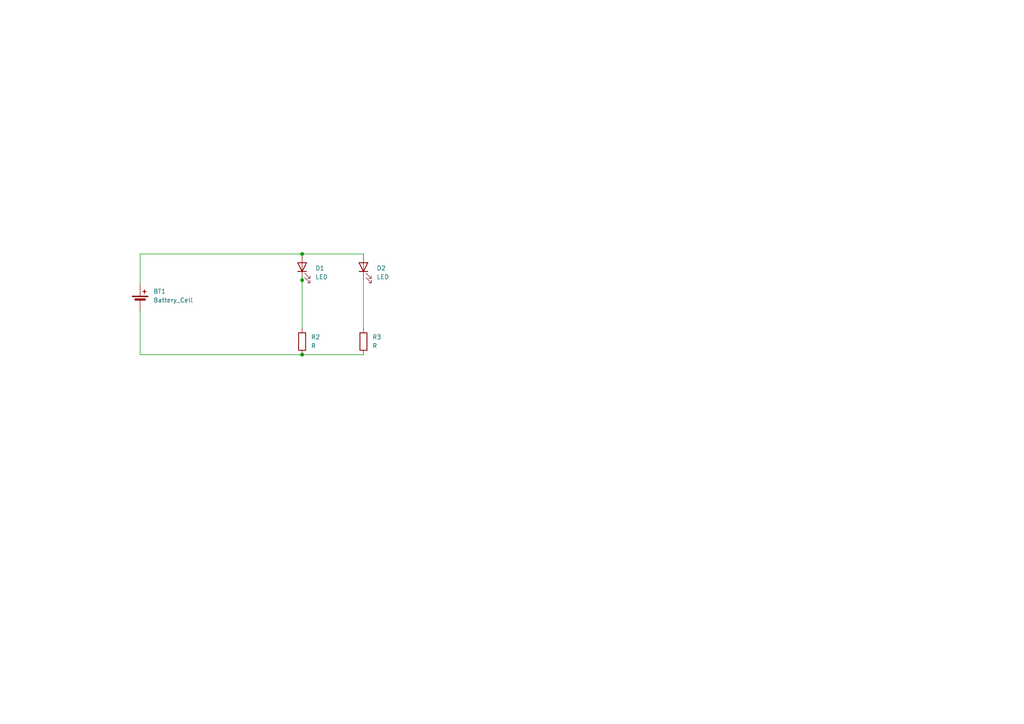
<source format=kicad_sch>
(kicad_sch (version 20250114) (generator "eeschema") (generator_version "9.0")
  (paper "A4")
  (lib_symbols
    (symbol "Device:Battery_Cell" (pin_numbers (hide yes)) (pin_names (offset 0) (hide yes))
      (property "Reference" "BT" (at 2.54 2.54 0))
      (property "Value" "Battery_Cell" (at 2.54 0 0))
      (symbol "Battery_Cell_0_1"
        (rectangle (start -2.286 1.778) (end 2.286 1.524) (fill (type outline)))
        (rectangle (start -1.524 1.016) (end 1.524 0.508) (fill (type outline)))
        (polyline (pts (xy 0 1.778) (xy 0 2.54)))
        (polyline (pts (xy 0 0.762) (xy 0 0)))
        (polyline (pts (xy 0.762 3.048) (xy 1.778 3.048)) (stroke (width 0.254)))
        (polyline (pts (xy 1.27 3.556) (xy 1.27 2.54)) (stroke (width 0.254)))
      )
      (symbol "Battery_Cell_1_1"
        (pin passive line (at 0 5.08 270) (length 2.54) (name "+") (number "1"))
        (pin passive line (at 0 -2.54 90) (length 2.54) (name "-") (number "2"))
      )
    )
    (symbol "Device:LED" (pin_numbers (hide yes)) (pin_names (offset 1.016) (hide yes))
      (property "Reference" "D" (at 0 2.54 0))
      (property "Value" "LED" (at 0 -2.54 0))
      (symbol "LED_0_1"
        (polyline (pts (xy -3.048 -0.762) (xy -4.572 -2.286) (xy -3.81 -2.286) (xy -4.572 -2.286) (xy -4.572 -1.524)))
        (polyline (pts (xy -1.778 -0.762) (xy -3.302 -2.286) (xy -2.54 -2.286) (xy -3.302 -2.286) (xy -3.302 -1.524)))
        (polyline (pts (xy -1.27 0) (xy 1.27 0)))
        (polyline (pts (xy -1.27 -1.27) (xy -1.27 1.27)) (stroke (width 0.254)))
        (polyline (pts (xy 1.27 -1.27) (xy 1.27 1.27) (xy -1.27 0) (xy 1.27 -1.27)) (stroke (width 0.254)))
      )
      (symbol "LED_1_1"
        (pin passive line (at -3.81 0 0) (length 2.54) (name "K") (number "1"))
        (pin passive line (at 3.81 0 180) (length 2.54) (name "A") (number "2"))
      )
    )
    (symbol "Device:R" (pin_numbers (hide yes)) (pin_names (offset 0))
      (property "Reference" "R" (at 2.032 0 90))
      (property "Value" "R" (at 0 0 90))
      (symbol "R_0_1"
        (rectangle (start -1.016 -2.54) (end 1.016 2.54) (stroke (width 0.254)))
      )
      (symbol "R_1_1"
        (pin passive line (at 0 3.81 270) (length 1.27) (name "~") (number "1"))
        (pin passive line (at 0 -3.81 90) (length 1.27) (name "~") (number "2"))
      )
    )
  )
  (junction (at 87.63 81.28))
  (junction (at 87.63 102.87))
  (junction (at 87.63 73.66))
  (wire (pts (xy 40.64 73.66) (xy 87.63 73.66)))
  (wire (pts (xy 40.64 102.87) (xy 87.63 102.87)))
  (wire (pts (xy 87.63 73.66) (xy 105.41 73.66)))
  (wire (pts (xy 40.64 73.66) (xy 40.64 82.55)))
  (wire (pts (xy 87.63 102.87) (xy 105.41 102.87)))
  (wire (pts (xy 105.41 81.28) (xy 105.41 95.25)))
  (wire (pts (xy 40.64 90.17) (xy 40.64 102.87)))
  (wire (pts (xy 87.63 81.28) (xy 87.63 95.25)))
  (wire (pts (xy 87.63 80.01) (xy 87.63 81.28)))
  (symbol (lib_id "Device:Battery_Cell") (at 40.64 87.63 0) (unit 1)
    (property "Reference" "BT1" (at 44.45 84.5184 0) (effects (justify left)))
    (property "Value" "Battery_Cell" (at 44.45 87.0584 0) (effects (justify left)))
    (property "Footprint" "Battery:BatteryHolder_Keystone_3034_1x20mm" (effects (hide yes)))
    (property "Description" "Single-cell battery" (effects (hide yes)))
  )
  (symbol (lib_id "Device:R") (at 105.41 99.06 0) (unit 1)
    (property "Reference" "R3" (at 107.95 97.7899 0) (effects (justify left)))
    (property "Value" "R" (at 107.95 100.3299 0) (effects (justify left)))
    (property "Footprint" "Resistor_THT:R_Axial_DIN0207_L6.3mm_D2.5mm_P7.62mm_Horizontal" (effects (hide yes)))
    (property "Description" "Resistor" (effects (hide yes)))
  )
  (symbol (lib_id "Device:LED") (at 105.41 77.47 90) (unit 1)
    (property "Reference" "D2" (at 109.22 77.7874 90) (effects (justify right)))
    (property "Value" "LED" (at 109.22 80.3274 90) (effects (justify right)))
    (property "Footprint" "LED_THT:LED_D5.0mm" (effects (hide yes)))
    (property "Description" "Light emitting diode" (effects (hide yes)))
    (property "Sim.Pins" "1=K 2=A" (effects (hide yes)))
  )
  (symbol (lib_id "Device:LED") (at 87.63 77.47 90) (unit 1)
    (property "Reference" "D1" (at 91.44 77.7874 90) (effects (justify right)))
    (property "Value" "LED" (at 91.44 80.3274 90) (effects (justify right)))
    (property "Footprint" "LED_THT:LED_D5.0mm" (effects (hide yes)))
    (property "Description" "Light emitting diode" (effects (hide yes)))
    (property "Sim.Pins" "1=K 2=A" (effects (hide yes)))
  )
  (symbol (lib_id "Device:R") (at 87.63 99.06 0) (unit 1)
    (property "Reference" "R2" (at 90.17 97.7899 0) (effects (justify left)))
    (property "Value" "R" (at 90.17 100.3299 0) (effects (justify left)))
    (property "Footprint" "Resistor_THT:R_Axial_DIN0207_L6.3mm_D2.5mm_P7.62mm_Horizontal" (effects (hide yes)))
    (property "Description" "Resistor" (effects (hide yes)))
  )
)
</source>
